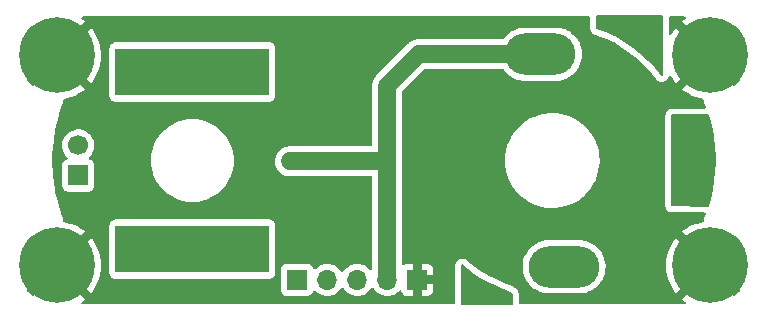
<source format=gbr>
%TF.GenerationSoftware,KiCad,Pcbnew,(5.99.0-11163-g08fb05e522)*%
%TF.CreationDate,2021-11-19T20:45:56+01:00*%
%TF.ProjectId,pumpBoard,70756d70-426f-4617-9264-2e6b69636164,rev?*%
%TF.SameCoordinates,Original*%
%TF.FileFunction,Copper,L2,Bot*%
%TF.FilePolarity,Positive*%
%FSLAX46Y46*%
G04 Gerber Fmt 4.6, Leading zero omitted, Abs format (unit mm)*
G04 Created by KiCad (PCBNEW (5.99.0-11163-g08fb05e522)) date 2021-11-19 20:45:56*
%MOMM*%
%LPD*%
G01*
G04 APERTURE LIST*
%TA.AperFunction,NonConductor*%
%ADD10C,0.150000*%
%TD*%
%TA.AperFunction,ComponentPad*%
%ADD11C,0.800000*%
%TD*%
%TA.AperFunction,ComponentPad*%
%ADD12C,6.400000*%
%TD*%
%TA.AperFunction,ComponentPad*%
%ADD13R,1.700000X1.700000*%
%TD*%
%TA.AperFunction,ComponentPad*%
%ADD14O,1.700000X1.700000*%
%TD*%
%TA.AperFunction,ComponentPad*%
%ADD15O,6.000000X3.500000*%
%TD*%
%TA.AperFunction,ComponentPad*%
%ADD16C,1.700000*%
%TD*%
%TA.AperFunction,SMDPad,CuDef*%
%ADD17R,13.000000X4.000000*%
%TD*%
%TA.AperFunction,ViaPad*%
%ADD18C,0.800000*%
%TD*%
%TA.AperFunction,ViaPad*%
%ADD19C,1.270000*%
%TD*%
%TA.AperFunction,Conductor*%
%ADD20C,1.500000*%
%TD*%
G04 APERTURE END LIST*
D10*
X176911000Y-89281000D02*
X176149000Y-88392000D01*
X176149000Y-88392000D02*
X175514000Y-87757000D01*
X175514000Y-87757000D02*
X174752000Y-87122000D01*
X174752000Y-87122000D02*
X173863000Y-86487000D01*
X173863000Y-86487000D02*
X173101000Y-85979000D01*
X173101000Y-85979000D02*
X172212000Y-85598000D01*
X172212000Y-85598000D02*
X171450000Y-85344000D01*
X171450000Y-85344000D02*
X171450000Y-84328000D01*
X171450000Y-84328000D02*
X176911000Y-84328000D01*
X176911000Y-84328000D02*
X176911000Y-89281000D01*
G36*
X176911000Y-89281000D02*
G01*
X176149000Y-88392000D01*
X175514000Y-87757000D01*
X174752000Y-87122000D01*
X173863000Y-86487000D01*
X173101000Y-85979000D01*
X172212000Y-85598000D01*
X171450000Y-85344000D01*
X171450000Y-84328000D01*
X176911000Y-84328000D01*
X176911000Y-89281000D01*
G37*
X176911000Y-89281000D02*
X176149000Y-88392000D01*
X175514000Y-87757000D01*
X174752000Y-87122000D01*
X173863000Y-86487000D01*
X173101000Y-85979000D01*
X172212000Y-85598000D01*
X171450000Y-85344000D01*
X171450000Y-84328000D01*
X176911000Y-84328000D01*
X176911000Y-89281000D01*
X181102000Y-93599000D02*
X181229000Y-94488000D01*
X181229000Y-94488000D02*
X181356000Y-95504000D01*
X181356000Y-95504000D02*
X181393036Y-96165143D01*
X181393036Y-96165143D02*
X181395215Y-96764263D01*
X181395215Y-96764263D02*
X181373428Y-97339419D01*
X181373428Y-97339419D02*
X181279748Y-98315441D01*
X181279748Y-98315441D02*
X181070165Y-99481767D01*
X181070165Y-99481767D02*
X180851322Y-100334805D01*
X180851322Y-100334805D02*
X177800000Y-100330000D01*
X177800000Y-100330000D02*
X177800000Y-92710000D01*
X177800000Y-92710000D02*
X180848000Y-92710000D01*
X180848000Y-92710000D02*
X181102000Y-93599000D01*
G36*
X181102000Y-93599000D02*
G01*
X181229000Y-94488000D01*
X181356000Y-95504000D01*
X181393036Y-96165143D01*
X181395215Y-96764263D01*
X181373428Y-97339419D01*
X181279748Y-98315441D01*
X181070165Y-99481767D01*
X180851322Y-100334805D01*
X177800000Y-100330000D01*
X177800000Y-92710000D01*
X180848000Y-92710000D01*
X181102000Y-93599000D01*
G37*
X181102000Y-93599000D02*
X181229000Y-94488000D01*
X181356000Y-95504000D01*
X181393036Y-96165143D01*
X181395215Y-96764263D01*
X181373428Y-97339419D01*
X181279748Y-98315441D01*
X181070165Y-99481767D01*
X180851322Y-100334805D01*
X177800000Y-100330000D01*
X177800000Y-92710000D01*
X180848000Y-92710000D01*
X181102000Y-93599000D01*
X160758070Y-106030296D02*
X161389810Y-106451456D01*
X161389810Y-106451456D02*
X162232130Y-106918394D01*
X162232130Y-106918394D02*
X163294185Y-107421955D01*
X163294185Y-107421955D02*
X164200594Y-107788181D01*
X164200594Y-107788181D02*
X164211000Y-108712000D01*
X164211000Y-108712000D02*
X160020000Y-108712000D01*
X160020000Y-108712000D02*
X160020000Y-105410000D01*
X160020000Y-105410000D02*
X160758070Y-106030296D01*
G36*
X160758070Y-106030296D02*
G01*
X161389810Y-106451456D01*
X162232130Y-106918394D01*
X163294185Y-107421955D01*
X164200594Y-107788181D01*
X164211000Y-108712000D01*
X160020000Y-108712000D01*
X160020000Y-105410000D01*
X160758070Y-106030296D01*
G37*
X160758070Y-106030296D02*
X161389810Y-106451456D01*
X162232130Y-106918394D01*
X163294185Y-107421955D01*
X164200594Y-107788181D01*
X164211000Y-108712000D01*
X160020000Y-108712000D01*
X160020000Y-105410000D01*
X160758070Y-106030296D01*
D11*
%TO.P,H2,1,1*%
%TO.N,GND*%
X179277944Y-85932944D03*
X180975000Y-85230000D03*
X183375000Y-87630000D03*
X178575000Y-87630000D03*
X182672056Y-89327056D03*
X179277944Y-89327056D03*
X182672056Y-85932944D03*
D12*
X180975000Y-87630000D03*
D11*
X180975000Y-90030000D03*
%TD*%
D13*
%TO.P,J2,1,Pin_1*%
%TO.N,Net-(J2-Pad1)*%
X146050000Y-106618000D03*
%TD*%
%TO.P,J1,1,Pin_1*%
%TO.N,GND*%
X156210000Y-106618000D03*
D14*
%TO.P,J1,2,Pin_2*%
%TO.N,+5V*%
X153670000Y-106618000D03*
%TO.P,J1,3,Pin_3*%
%TO.N,signal*%
X151130000Y-106618000D03*
%TO.P,J1,4,Pin_4*%
%TO.N,TX*%
X148590000Y-106618000D03*
%TD*%
D11*
%TO.P,H1,1,1*%
%TO.N,GND*%
X124032944Y-103712944D03*
X127427056Y-103712944D03*
D12*
X125730000Y-105410000D03*
D11*
X125730000Y-107810000D03*
X123330000Y-105410000D03*
X124032944Y-107107056D03*
X125730000Y-103010000D03*
X127427056Y-107107056D03*
X128130000Y-105410000D03*
%TD*%
%TO.P,H4,1,1*%
%TO.N,GND*%
X124032944Y-85932944D03*
X124032944Y-89327056D03*
D12*
X125730000Y-87630000D03*
D11*
X125730000Y-90030000D03*
X125730000Y-85230000D03*
X127427056Y-85932944D03*
X123330000Y-87630000D03*
X127427056Y-89327056D03*
X128130000Y-87630000D03*
%TD*%
%TO.P,H3,1,1*%
%TO.N,GND*%
X180975000Y-103010000D03*
D12*
X180975000Y-105410000D03*
D11*
X183375000Y-105410000D03*
X182672056Y-103712944D03*
X179277944Y-103712944D03*
X179277944Y-107107056D03*
X178575000Y-105410000D03*
X182672056Y-107107056D03*
X180975000Y-107810000D03*
%TD*%
D15*
%TO.P,J4,1,Pin_1*%
%TO.N,+5V*%
X166640000Y-87520000D03*
%TO.P,J4,2,Pin_2*%
%TO.N,Net-(D5-Pad2)*%
X168640000Y-105520000D03*
%TD*%
D16*
%TO.P,J3,1,Pin_1*%
%TO.N,Net-(D4-Pad2)*%
X127508000Y-95250000D03*
D13*
%TO.P,J3,2,Pin_2*%
%TO.N,+5V*%
X127508000Y-97790000D03*
D17*
%TO.P,J3,3*%
%TO.N,N/C*%
X137160000Y-89020000D03*
%TO.P,J3,4*%
X137160000Y-104020000D03*
%TD*%
D18*
%TO.N,+5V*%
X153670000Y-99760000D03*
D19*
X145415000Y-96585000D03*
%TD*%
D20*
%TO.N,+5V*%
X156320000Y-87520000D02*
X153655000Y-90185000D01*
X153640000Y-96585000D02*
X153655000Y-96570000D01*
X166640000Y-87520000D02*
X156320000Y-87520000D01*
X153655000Y-106680000D02*
X153655000Y-99680000D01*
X153655000Y-90185000D02*
X153655000Y-99680000D01*
X145415000Y-96585000D02*
X153640000Y-96585000D01*
%TD*%
%TA.AperFunction,Conductor*%
%TO.N,GND*%
G36*
X170809121Y-84348002D02*
G01*
X170855614Y-84401658D01*
X170867000Y-84454000D01*
X170867000Y-85276303D01*
X170864712Y-85300202D01*
X170863057Y-85308770D01*
X170863878Y-85320320D01*
X170866683Y-85359793D01*
X170867000Y-85368725D01*
X170867000Y-85381978D01*
X170869244Y-85399020D01*
X170870005Y-85406534D01*
X170873938Y-85461882D01*
X170876635Y-85469685D01*
X170878291Y-85477780D01*
X170878207Y-85477797D01*
X170878737Y-85480041D01*
X170878820Y-85480019D01*
X170880958Y-85487998D01*
X170882036Y-85496186D01*
X170903279Y-85547469D01*
X170905949Y-85554506D01*
X170924077Y-85606962D01*
X170928702Y-85613802D01*
X170932396Y-85621191D01*
X170932320Y-85621229D01*
X170933414Y-85623263D01*
X170933488Y-85623220D01*
X170937617Y-85630371D01*
X170940777Y-85638000D01*
X170945804Y-85644551D01*
X170945806Y-85644555D01*
X170974571Y-85682043D01*
X170978983Y-85688164D01*
X171010057Y-85734120D01*
X171016298Y-85739533D01*
X171021777Y-85745711D01*
X171021712Y-85745768D01*
X171023295Y-85747449D01*
X171023356Y-85747388D01*
X171029192Y-85753224D01*
X171034221Y-85759779D01*
X171040771Y-85764805D01*
X171040777Y-85764811D01*
X171078253Y-85793567D01*
X171084104Y-85798342D01*
X171119775Y-85829279D01*
X171119778Y-85829281D01*
X171126018Y-85834693D01*
X171133445Y-85838305D01*
X171140336Y-85842855D01*
X171140289Y-85842927D01*
X171142255Y-85844142D01*
X171142298Y-85844067D01*
X171149446Y-85848194D01*
X171156000Y-85853223D01*
X171207282Y-85874465D01*
X171214134Y-85877547D01*
X171229610Y-85885073D01*
X171242196Y-85889268D01*
X171250538Y-85892382D01*
X171297814Y-85911964D01*
X171306001Y-85913042D01*
X171306002Y-85913042D01*
X171306163Y-85913063D01*
X171306470Y-85913104D01*
X171329864Y-85918491D01*
X171641514Y-86022374D01*
X171999672Y-86141760D01*
X172009448Y-86145477D01*
X172271087Y-86257608D01*
X172811515Y-86489221D01*
X172831773Y-86500195D01*
X173530111Y-86965754D01*
X173533455Y-86968062D01*
X174335436Y-87540905D01*
X174391640Y-87581051D01*
X174399062Y-87586781D01*
X174621697Y-87772310D01*
X175116062Y-88184281D01*
X175124494Y-88191981D01*
X175717505Y-88784991D01*
X175724076Y-88792087D01*
X176456218Y-89646253D01*
X176460515Y-89651549D01*
X176495221Y-89696779D01*
X176527183Y-89721304D01*
X176534512Y-89726928D01*
X176541950Y-89733103D01*
X176572666Y-89760661D01*
X176578811Y-89766174D01*
X176588595Y-89771137D01*
X176608293Y-89783542D01*
X176610448Y-89785196D01*
X176610451Y-89785198D01*
X176617000Y-89790223D01*
X176624631Y-89793384D01*
X176624633Y-89793385D01*
X176662763Y-89809180D01*
X176671546Y-89813219D01*
X176715702Y-89835619D01*
X176726442Y-89837882D01*
X176748674Y-89844764D01*
X176758814Y-89848964D01*
X176767001Y-89850042D01*
X176767002Y-89850042D01*
X176807915Y-89855428D01*
X176817448Y-89857058D01*
X176865902Y-89867268D01*
X176876860Y-89866674D01*
X176900121Y-89867568D01*
X176911000Y-89869000D01*
X176919188Y-89867922D01*
X176960107Y-89862535D01*
X176969735Y-89861642D01*
X176978931Y-89861144D01*
X177019176Y-89858963D01*
X177029605Y-89855554D01*
X177052308Y-89850396D01*
X177054999Y-89850042D01*
X177055001Y-89850042D01*
X177063186Y-89848964D01*
X177070816Y-89845803D01*
X177070818Y-89845803D01*
X177108943Y-89830011D01*
X177117990Y-89826664D01*
X177165078Y-89811272D01*
X177174274Y-89805277D01*
X177194863Y-89794422D01*
X177197365Y-89793386D01*
X177197367Y-89793385D01*
X177205000Y-89790223D01*
X177211554Y-89785194D01*
X177211559Y-89785191D01*
X177244296Y-89760071D01*
X177252189Y-89754482D01*
X177286751Y-89731951D01*
X177286754Y-89731948D01*
X177293665Y-89727443D01*
X177300995Y-89719274D01*
X177318068Y-89703463D01*
X177326779Y-89696779D01*
X177356930Y-89657486D01*
X177363103Y-89650050D01*
X177390661Y-89619334D01*
X177390662Y-89619333D01*
X177396174Y-89613189D01*
X177401137Y-89603405D01*
X177413542Y-89583707D01*
X177415196Y-89581552D01*
X177415198Y-89581549D01*
X177420223Y-89575000D01*
X177434384Y-89540814D01*
X177439180Y-89529237D01*
X177443219Y-89520454D01*
X177445303Y-89516345D01*
X177465619Y-89476298D01*
X177467882Y-89465558D01*
X177474765Y-89443322D01*
X177475804Y-89440814D01*
X177478964Y-89433186D01*
X177480042Y-89424998D01*
X177480582Y-89422983D01*
X177517534Y-89362361D01*
X177581396Y-89331340D01*
X177651890Y-89339770D01*
X177706636Y-89384974D01*
X177714555Y-89398393D01*
X177757949Y-89483559D01*
X177761246Y-89489269D01*
X177969318Y-89809672D01*
X177973206Y-89815023D01*
X178074152Y-89939680D01*
X178086410Y-89948148D01*
X178097500Y-89941815D01*
X180396503Y-87642812D01*
X180404117Y-87628868D01*
X180403986Y-87627035D01*
X180399735Y-87620420D01*
X178098366Y-85319051D01*
X178085290Y-85311911D01*
X178074921Y-85319370D01*
X177973206Y-85444977D01*
X177969318Y-85450328D01*
X177761246Y-85770731D01*
X177757949Y-85776441D01*
X177732267Y-85826846D01*
X177683519Y-85878461D01*
X177614604Y-85895527D01*
X177547402Y-85872626D01*
X177503250Y-85817029D01*
X177494000Y-85769643D01*
X177494000Y-84454000D01*
X177514002Y-84385879D01*
X177567658Y-84339386D01*
X177620000Y-84328000D01*
X178826249Y-84328000D01*
X178894370Y-84348002D01*
X178940863Y-84401658D01*
X178950967Y-84471932D01*
X178921473Y-84536512D01*
X178894873Y-84559673D01*
X178795328Y-84624318D01*
X178789977Y-84628206D01*
X178665320Y-84729152D01*
X178656852Y-84741410D01*
X178663185Y-84752500D01*
X181451590Y-87540905D01*
X181485616Y-87603217D01*
X181480551Y-87674032D01*
X181451590Y-87719095D01*
X178664051Y-90506634D01*
X178656911Y-90519710D01*
X178664370Y-90530079D01*
X178789977Y-90631794D01*
X178795328Y-90635682D01*
X179115731Y-90843754D01*
X179121441Y-90847051D01*
X179461847Y-91020496D01*
X179467872Y-91023178D01*
X179824530Y-91160087D01*
X179830812Y-91162128D01*
X180199835Y-91261007D01*
X180206285Y-91262378D01*
X180361257Y-91286924D01*
X180425410Y-91317337D01*
X180462937Y-91377605D01*
X180467192Y-91420809D01*
X180463833Y-91465533D01*
X180463161Y-91474485D01*
X180465028Y-91483265D01*
X180465405Y-91488861D01*
X180466099Y-91494430D01*
X180465934Y-91503408D01*
X180468296Y-91512070D01*
X180468296Y-91512073D01*
X180480338Y-91556243D01*
X180482020Y-91563179D01*
X180493412Y-91616756D01*
X180496114Y-91621774D01*
X180496267Y-91622375D01*
X180495608Y-91622626D01*
X180497871Y-91628674D01*
X180497871Y-91628676D01*
X180619915Y-91954922D01*
X180621812Y-91960369D01*
X180622439Y-91962314D01*
X180624319Y-92033284D01*
X180587531Y-92094006D01*
X180523754Y-92125199D01*
X180502525Y-92127000D01*
X177846237Y-92127000D01*
X177829790Y-92125922D01*
X177808188Y-92123078D01*
X177800000Y-92122000D01*
X177762022Y-92127000D01*
X177647814Y-92142036D01*
X177506000Y-92200777D01*
X177384221Y-92294221D01*
X177290777Y-92416000D01*
X177232036Y-92557814D01*
X177212000Y-92710000D01*
X177213078Y-92718188D01*
X177215922Y-92739790D01*
X177217000Y-92756237D01*
X177217000Y-100283201D01*
X177215896Y-100299844D01*
X177212001Y-100329074D01*
X177216967Y-100367258D01*
X177217000Y-100367599D01*
X177217000Y-100367978D01*
X177221969Y-100405718D01*
X177231797Y-100481291D01*
X177231975Y-100481723D01*
X177232036Y-100482186D01*
X177235146Y-100489695D01*
X177235147Y-100489698D01*
X177248220Y-100521259D01*
X177261270Y-100552765D01*
X177290315Y-100623198D01*
X177290598Y-100623568D01*
X177290777Y-100624000D01*
X177337246Y-100684559D01*
X177383567Y-100745124D01*
X177383937Y-100745409D01*
X177384221Y-100745779D01*
X177444737Y-100792214D01*
X177505198Y-100838759D01*
X177505629Y-100838938D01*
X177506000Y-100839223D01*
X177552460Y-100858467D01*
X177576280Y-100868334D01*
X177576464Y-100868410D01*
X177646920Y-100897724D01*
X177647384Y-100897786D01*
X177647814Y-100897964D01*
X177723393Y-100907914D01*
X177723590Y-100907940D01*
X177760035Y-100912797D01*
X177760048Y-100912798D01*
X177761104Y-100912939D01*
X177761479Y-100912940D01*
X177761814Y-100912973D01*
X177800000Y-100918000D01*
X177829242Y-100914150D01*
X177845883Y-100913072D01*
X178830928Y-100914624D01*
X180501231Y-100917255D01*
X180569321Y-100937364D01*
X180615729Y-100991093D01*
X180625722Y-101061383D01*
X180619047Y-101087398D01*
X180495608Y-101417374D01*
X180495024Y-101417156D01*
X180494958Y-101417334D01*
X180496408Y-101417680D01*
X180485173Y-101464823D01*
X180483326Y-101471708D01*
X180467635Y-101524174D01*
X180467580Y-101533153D01*
X180466751Y-101538702D01*
X180466237Y-101544288D01*
X180464156Y-101553020D01*
X180464609Y-101561980D01*
X180464609Y-101561983D01*
X180466922Y-101607699D01*
X180467081Y-101614830D01*
X180467007Y-101627051D01*
X180466992Y-101629480D01*
X180446576Y-101697478D01*
X180392639Y-101743644D01*
X180360705Y-101753164D01*
X180206285Y-101777622D01*
X180199835Y-101778993D01*
X179830812Y-101877872D01*
X179824530Y-101879913D01*
X179467872Y-102016822D01*
X179461847Y-102019504D01*
X179121441Y-102192949D01*
X179115731Y-102196246D01*
X178795328Y-102404318D01*
X178789977Y-102408206D01*
X178665320Y-102509152D01*
X178656852Y-102521410D01*
X178663185Y-102532500D01*
X181451590Y-105320905D01*
X181485616Y-105383217D01*
X181480551Y-105454032D01*
X181451590Y-105499095D01*
X178664051Y-108286634D01*
X178656911Y-108299710D01*
X178664370Y-108310079D01*
X178789977Y-108411794D01*
X178795328Y-108415682D01*
X178894873Y-108480327D01*
X178941110Y-108534204D01*
X178950880Y-108604525D01*
X178921080Y-108668965D01*
X178861172Y-108707064D01*
X178826249Y-108712000D01*
X164918626Y-108712000D01*
X164850505Y-108691998D01*
X164804012Y-108638342D01*
X164792634Y-108587419D01*
X164789381Y-108298590D01*
X164783430Y-107770336D01*
X164782872Y-107706354D01*
X164778031Y-107688895D01*
X164774538Y-107676300D01*
X164771226Y-107660478D01*
X164770555Y-107655785D01*
X164770232Y-107653532D01*
X164767978Y-107637779D01*
X164767977Y-107637776D01*
X164766808Y-107629607D01*
X164763563Y-107622016D01*
X164763562Y-107622012D01*
X164755263Y-107602596D01*
X164749705Y-107586744D01*
X164744063Y-107566398D01*
X164744059Y-107566389D01*
X164741854Y-107558437D01*
X164726022Y-107531559D01*
X164718732Y-107517139D01*
X164709721Y-107496061D01*
X164709719Y-107496058D01*
X164706473Y-107488464D01*
X164695249Y-107474172D01*
X164689941Y-107467414D01*
X164688325Y-107465356D01*
X164678852Y-107451480D01*
X164668142Y-107433297D01*
X164668139Y-107433294D01*
X164663948Y-107426178D01*
X164641711Y-107404325D01*
X164630935Y-107392282D01*
X164616765Y-107374239D01*
X164616761Y-107374236D01*
X164611664Y-107367745D01*
X164598390Y-107357795D01*
X164588154Y-107350122D01*
X164575412Y-107339171D01*
X164560359Y-107324378D01*
X164560358Y-107324377D01*
X164554467Y-107318588D01*
X164527323Y-107303230D01*
X164513802Y-107294390D01*
X164495449Y-107280633D01*
X164488840Y-107275679D01*
X164429245Y-107251777D01*
X164219321Y-107166959D01*
X163531897Y-106889211D01*
X163525118Y-106886237D01*
X162502221Y-106401242D01*
X162495113Y-106397591D01*
X161899816Y-106067590D01*
X161697851Y-105955631D01*
X161689054Y-105950273D01*
X161680410Y-105944510D01*
X161114749Y-105567403D01*
X165126996Y-105567403D01*
X165127359Y-105571551D01*
X165127359Y-105571555D01*
X165138748Y-105701731D01*
X165153145Y-105866283D01*
X165154055Y-105870355D01*
X165154056Y-105870360D01*
X165203840Y-106093079D01*
X165218593Y-106159080D01*
X165220037Y-106163003D01*
X165220037Y-106163005D01*
X165225772Y-106178591D01*
X165322190Y-106440648D01*
X165324134Y-106444336D01*
X165324138Y-106444344D01*
X165422270Y-106630467D01*
X165462116Y-106706042D01*
X165635913Y-106950598D01*
X165638757Y-106953647D01*
X165638762Y-106953654D01*
X165711400Y-107031548D01*
X165840528Y-107170020D01*
X165843757Y-107172673D01*
X165843762Y-107172677D01*
X165975190Y-107280633D01*
X166072365Y-107360454D01*
X166075922Y-107362660D01*
X166075927Y-107362663D01*
X166178367Y-107426178D01*
X166327351Y-107518552D01*
X166601007Y-107641538D01*
X166648798Y-107655785D01*
X166884528Y-107726060D01*
X166884536Y-107726062D01*
X166888525Y-107727251D01*
X166892642Y-107727903D01*
X166892646Y-107727904D01*
X167181385Y-107773635D01*
X167181390Y-107773635D01*
X167184853Y-107774184D01*
X167235677Y-107776492D01*
X167278476Y-107778436D01*
X167278495Y-107778436D01*
X167279895Y-107778500D01*
X169965277Y-107778500D01*
X170189362Y-107763616D01*
X170483465Y-107704315D01*
X170767142Y-107606637D01*
X170770875Y-107604768D01*
X170770879Y-107604766D01*
X171031669Y-107474172D01*
X171031671Y-107474171D01*
X171035407Y-107472300D01*
X171283550Y-107303662D01*
X171341459Y-107251886D01*
X171504092Y-107106475D01*
X171504093Y-107106474D01*
X171507209Y-107103688D01*
X171702455Y-106875890D01*
X171786583Y-106746345D01*
X171863580Y-106627780D01*
X171863583Y-106627775D01*
X171865859Y-106624270D01*
X171899137Y-106554188D01*
X171974580Y-106395305D01*
X171994549Y-106353250D01*
X172086264Y-106067590D01*
X172139394Y-105772310D01*
X172149096Y-105558662D01*
X172152815Y-105476767D01*
X172152815Y-105476762D01*
X172153004Y-105472597D01*
X172152543Y-105467321D01*
X172147239Y-105406699D01*
X177262173Y-105406699D01*
X177262173Y-105413301D01*
X177282168Y-105794824D01*
X177282854Y-105801362D01*
X177342622Y-106178715D01*
X177343993Y-106185165D01*
X177442872Y-106554188D01*
X177444913Y-106560470D01*
X177581822Y-106917128D01*
X177584504Y-106923153D01*
X177757949Y-107263559D01*
X177761246Y-107269269D01*
X177969318Y-107589672D01*
X177973206Y-107595023D01*
X178074152Y-107719680D01*
X178086410Y-107728148D01*
X178097500Y-107721815D01*
X180396503Y-105422812D01*
X180404117Y-105408868D01*
X180403986Y-105407035D01*
X180399735Y-105400420D01*
X178098366Y-103099051D01*
X178085290Y-103091911D01*
X178074921Y-103099370D01*
X177973206Y-103224977D01*
X177969318Y-103230328D01*
X177761246Y-103550731D01*
X177757949Y-103556441D01*
X177584504Y-103896847D01*
X177581822Y-103902872D01*
X177444913Y-104259530D01*
X177442872Y-104265812D01*
X177343993Y-104634835D01*
X177342622Y-104641285D01*
X177282854Y-105018638D01*
X177282168Y-105025176D01*
X177262173Y-105406699D01*
X172147239Y-105406699D01*
X172127219Y-105177879D01*
X172126855Y-105173717D01*
X172124032Y-105161085D01*
X172062319Y-104884999D01*
X172062318Y-104884996D01*
X172061407Y-104880920D01*
X172059154Y-104874795D01*
X172029689Y-104794714D01*
X171957810Y-104599352D01*
X171955866Y-104595664D01*
X171955862Y-104595656D01*
X171819831Y-104337651D01*
X171817884Y-104333958D01*
X171644087Y-104089402D01*
X171641243Y-104086353D01*
X171641238Y-104086346D01*
X171470144Y-103902872D01*
X171439472Y-103869980D01*
X171436243Y-103867327D01*
X171436238Y-103867323D01*
X171210872Y-103682205D01*
X171207635Y-103679546D01*
X171204078Y-103677340D01*
X171204073Y-103677337D01*
X171027246Y-103567700D01*
X170952649Y-103521448D01*
X170678993Y-103398462D01*
X170584807Y-103370384D01*
X170395472Y-103313940D01*
X170395464Y-103313938D01*
X170391475Y-103312749D01*
X170387358Y-103312097D01*
X170387354Y-103312096D01*
X170098615Y-103266365D01*
X170098610Y-103266365D01*
X170095147Y-103265816D01*
X170044323Y-103263508D01*
X170001524Y-103261564D01*
X170001505Y-103261564D01*
X170000105Y-103261500D01*
X167314723Y-103261500D01*
X167090638Y-103276384D01*
X166796535Y-103335685D01*
X166512858Y-103433363D01*
X166509125Y-103435232D01*
X166509121Y-103435234D01*
X166248331Y-103565828D01*
X166244593Y-103567700D01*
X165996450Y-103736338D01*
X165772791Y-103936312D01*
X165577545Y-104164110D01*
X165575271Y-104167612D01*
X165469456Y-104330553D01*
X165414141Y-104415730D01*
X165285451Y-104686750D01*
X165193736Y-104972410D01*
X165140606Y-105267690D01*
X165134701Y-105397728D01*
X165127189Y-105563160D01*
X165126996Y-105567403D01*
X161114749Y-105567403D01*
X161114207Y-105567042D01*
X161103032Y-105558662D01*
X160453340Y-105012640D01*
X160445314Y-105005279D01*
X160440804Y-105000769D01*
X160435779Y-104994221D01*
X160387936Y-104957509D01*
X160383577Y-104954009D01*
X160369170Y-104941901D01*
X160369167Y-104941899D01*
X160366020Y-104939254D01*
X160359469Y-104935074D01*
X160350554Y-104928825D01*
X160320556Y-104905807D01*
X160320553Y-104905805D01*
X160314000Y-104900777D01*
X160306373Y-104897618D01*
X160306368Y-104897615D01*
X160300655Y-104895249D01*
X160281090Y-104885055D01*
X160268915Y-104877285D01*
X160224987Y-104863397D01*
X160214751Y-104859667D01*
X160179813Y-104845195D01*
X160179812Y-104845195D01*
X160172186Y-104842036D01*
X160164003Y-104840959D01*
X160164001Y-104840958D01*
X160157863Y-104840150D01*
X160136333Y-104835368D01*
X160122557Y-104831013D01*
X160076523Y-104828967D01*
X160065672Y-104828013D01*
X160028188Y-104823078D01*
X160020000Y-104822000D01*
X160005678Y-104823885D01*
X159983649Y-104824839D01*
X159969209Y-104824197D01*
X159924201Y-104834139D01*
X159913490Y-104836023D01*
X159895174Y-104838434D01*
X159876000Y-104840958D01*
X159875998Y-104840959D01*
X159867814Y-104842036D01*
X159860186Y-104845196D01*
X159860185Y-104845196D01*
X159854475Y-104847561D01*
X159833425Y-104854189D01*
X159827390Y-104855522D01*
X159827389Y-104855523D01*
X159819323Y-104857304D01*
X159778427Y-104878553D01*
X159768569Y-104883145D01*
X159726000Y-104900777D01*
X159719446Y-104905806D01*
X159714538Y-104909572D01*
X159695929Y-104921417D01*
X159690441Y-104924268D01*
X159690438Y-104924270D01*
X159683113Y-104928076D01*
X159677019Y-104933651D01*
X159677018Y-104933652D01*
X159649117Y-104959178D01*
X159640777Y-104966171D01*
X159604221Y-104994221D01*
X159599195Y-105000771D01*
X159599193Y-105000773D01*
X159595425Y-105005684D01*
X159580515Y-105021943D01*
X159569861Y-105031690D01*
X159565419Y-105038651D01*
X159565418Y-105038652D01*
X159545080Y-105070522D01*
X159538827Y-105079445D01*
X159510777Y-105116000D01*
X159507618Y-105123626D01*
X159507616Y-105123630D01*
X159505249Y-105129345D01*
X159495056Y-105148907D01*
X159487285Y-105161085D01*
X159481976Y-105177879D01*
X159473397Y-105205013D01*
X159469667Y-105215249D01*
X159452036Y-105257814D01*
X159450959Y-105265997D01*
X159450958Y-105265999D01*
X159450150Y-105272137D01*
X159445368Y-105293667D01*
X159441013Y-105307443D01*
X159439891Y-105332693D01*
X159438967Y-105353476D01*
X159438013Y-105364328D01*
X159437000Y-105372022D01*
X159437000Y-105394923D01*
X159436876Y-105400518D01*
X159434197Y-105460791D01*
X159435979Y-105468859D01*
X159436529Y-105475201D01*
X159437000Y-105486087D01*
X159437000Y-108586000D01*
X159416998Y-108654121D01*
X159363342Y-108700614D01*
X159311000Y-108712000D01*
X127878751Y-108712000D01*
X127810630Y-108691998D01*
X127764137Y-108638342D01*
X127754033Y-108568068D01*
X127783527Y-108503488D01*
X127810127Y-108480327D01*
X127909672Y-108415682D01*
X127915023Y-108411794D01*
X128039680Y-108310848D01*
X128048148Y-108298590D01*
X128041815Y-108287500D01*
X125253410Y-105499095D01*
X125219384Y-105436783D01*
X125221219Y-105411132D01*
X126300883Y-105411132D01*
X126301014Y-105412965D01*
X126305265Y-105419580D01*
X128606634Y-107720949D01*
X128619710Y-107728089D01*
X128630079Y-107720630D01*
X128731794Y-107595023D01*
X128735682Y-107589672D01*
X128943754Y-107269269D01*
X128947051Y-107263559D01*
X129120496Y-106923153D01*
X129123178Y-106917128D01*
X129260087Y-106560470D01*
X129262128Y-106554188D01*
X129361007Y-106185165D01*
X129362378Y-106178715D01*
X129422146Y-105801362D01*
X129422832Y-105794824D01*
X129442827Y-105413301D01*
X129442827Y-105406699D01*
X129422832Y-105025176D01*
X129422146Y-105018638D01*
X129362378Y-104641285D01*
X129361007Y-104634835D01*
X129262128Y-104265812D01*
X129260087Y-104259530D01*
X129123178Y-103902872D01*
X129120496Y-103896847D01*
X128947051Y-103556441D01*
X128943754Y-103550731D01*
X128735682Y-103230328D01*
X128731794Y-103224977D01*
X128630848Y-103100320D01*
X128618590Y-103091852D01*
X128607500Y-103098185D01*
X126308497Y-105397188D01*
X126300883Y-105411132D01*
X125221219Y-105411132D01*
X125224449Y-105365968D01*
X125253410Y-105320905D01*
X128040949Y-102533366D01*
X128048089Y-102520290D01*
X128040630Y-102509921D01*
X127915023Y-102408206D01*
X127909672Y-102404318D01*
X127589269Y-102196246D01*
X127583559Y-102192949D01*
X127244126Y-102020000D01*
X130146500Y-102020000D01*
X130146500Y-106020000D01*
X130151727Y-106093079D01*
X130153631Y-106099562D01*
X130187236Y-106214011D01*
X130192904Y-106233316D01*
X130197775Y-106240895D01*
X130267051Y-106348691D01*
X130267053Y-106348694D01*
X130271923Y-106356271D01*
X130278733Y-106362172D01*
X130375569Y-106446082D01*
X130375572Y-106446084D01*
X130382381Y-106451984D01*
X130515330Y-106512700D01*
X130524245Y-106513982D01*
X130524246Y-106513982D01*
X130655552Y-106532861D01*
X130655559Y-106532862D01*
X130660000Y-106533500D01*
X143660000Y-106533500D01*
X143733079Y-106528273D01*
X143811165Y-106505345D01*
X143864670Y-106489635D01*
X143864672Y-106489634D01*
X143873316Y-106487096D01*
X143951690Y-106436728D01*
X143988691Y-106412949D01*
X143988694Y-106412947D01*
X143996271Y-106408077D01*
X144040504Y-106357030D01*
X144086082Y-106304431D01*
X144086084Y-106304428D01*
X144091984Y-106297619D01*
X144146286Y-106178715D01*
X144148958Y-106172864D01*
X144148958Y-106172863D01*
X144152700Y-106164670D01*
X144166085Y-106071576D01*
X144172861Y-106024448D01*
X144172862Y-106024441D01*
X144173500Y-106020000D01*
X144173500Y-102020000D01*
X144168273Y-101946921D01*
X144134830Y-101833023D01*
X144129635Y-101815330D01*
X144129634Y-101815328D01*
X144127096Y-101806684D01*
X144091039Y-101750579D01*
X144052949Y-101691309D01*
X144052947Y-101691306D01*
X144048077Y-101683729D01*
X144025317Y-101664007D01*
X143944431Y-101593918D01*
X143944428Y-101593916D01*
X143937619Y-101588016D01*
X143804670Y-101527300D01*
X143795755Y-101526018D01*
X143795754Y-101526018D01*
X143664448Y-101507139D01*
X143664441Y-101507138D01*
X143660000Y-101506500D01*
X130660000Y-101506500D01*
X130586921Y-101511727D01*
X130521140Y-101531042D01*
X130455330Y-101550365D01*
X130455328Y-101550366D01*
X130446684Y-101552904D01*
X130439105Y-101557775D01*
X130331309Y-101627051D01*
X130331306Y-101627053D01*
X130323729Y-101631923D01*
X130317828Y-101638733D01*
X130233918Y-101735569D01*
X130233916Y-101735572D01*
X130228016Y-101742381D01*
X130224272Y-101750579D01*
X130197376Y-101809474D01*
X130167300Y-101875330D01*
X130166018Y-101884245D01*
X130166018Y-101884246D01*
X130147139Y-102015552D01*
X130147138Y-102015559D01*
X130146500Y-102020000D01*
X127244126Y-102020000D01*
X127243153Y-102019504D01*
X127237128Y-102016822D01*
X126880470Y-101879913D01*
X126874188Y-101877872D01*
X126505165Y-101778993D01*
X126498715Y-101777622D01*
X126343743Y-101753076D01*
X126279590Y-101722663D01*
X126242063Y-101662395D01*
X126237808Y-101619191D01*
X126241167Y-101574467D01*
X126241167Y-101574464D01*
X126241839Y-101565515D01*
X126239972Y-101556735D01*
X126239595Y-101551139D01*
X126238901Y-101545570D01*
X126239066Y-101536592D01*
X126236533Y-101527300D01*
X126224662Y-101483757D01*
X126222980Y-101476821D01*
X126213454Y-101432018D01*
X126213453Y-101432015D01*
X126211588Y-101423244D01*
X126208886Y-101418226D01*
X126208733Y-101417625D01*
X126209392Y-101417374D01*
X126085083Y-101085073D01*
X126083180Y-101079606D01*
X126030907Y-100917527D01*
X125865492Y-100404635D01*
X125863647Y-100398360D01*
X125859881Y-100384200D01*
X125681435Y-99713365D01*
X125679918Y-99707002D01*
X125636356Y-99500582D01*
X125562973Y-99152861D01*
X125533552Y-99013450D01*
X125532367Y-99007007D01*
X125422248Y-98306815D01*
X125421399Y-98300320D01*
X125368395Y-97792477D01*
X125347820Y-97595339D01*
X125347310Y-97588819D01*
X125337956Y-97409074D01*
X125313543Y-96940000D01*
X126144500Y-96940000D01*
X126144500Y-98640000D01*
X126149727Y-98713079D01*
X126190904Y-98853316D01*
X126195775Y-98860895D01*
X126265051Y-98968691D01*
X126265053Y-98968694D01*
X126269923Y-98976271D01*
X126276733Y-98982172D01*
X126373569Y-99066082D01*
X126373572Y-99066084D01*
X126380381Y-99071984D01*
X126513330Y-99132700D01*
X126522245Y-99133982D01*
X126522246Y-99133982D01*
X126653552Y-99152861D01*
X126653559Y-99152862D01*
X126658000Y-99153500D01*
X128358000Y-99153500D01*
X128431079Y-99148273D01*
X128509165Y-99125345D01*
X128562670Y-99109635D01*
X128562672Y-99109634D01*
X128571316Y-99107096D01*
X128659457Y-99050451D01*
X128686691Y-99032949D01*
X128686694Y-99032947D01*
X128694271Y-99028077D01*
X128705619Y-99014981D01*
X128784082Y-98924431D01*
X128784084Y-98924428D01*
X128789984Y-98917619D01*
X128850700Y-98784670D01*
X128864137Y-98691214D01*
X128870861Y-98644448D01*
X128870862Y-98644441D01*
X128871500Y-98640000D01*
X128871500Y-96940000D01*
X128866273Y-96866921D01*
X128825096Y-96726684D01*
X128779393Y-96655569D01*
X128750949Y-96611309D01*
X128750947Y-96611306D01*
X128746077Y-96603729D01*
X128694798Y-96559295D01*
X128649450Y-96520000D01*
X133647000Y-96520000D01*
X133647173Y-96523301D01*
X133665746Y-96877682D01*
X133666245Y-96887208D01*
X133666760Y-96890459D01*
X133722339Y-97241376D01*
X133723767Y-97250394D01*
X133818938Y-97605577D01*
X133863989Y-97722939D01*
X133909076Y-97840392D01*
X133950715Y-97948866D01*
X133952207Y-97951794D01*
X133952210Y-97951801D01*
X134093611Y-98229314D01*
X134117653Y-98276500D01*
X134119449Y-98279266D01*
X134119451Y-98279269D01*
X134221608Y-98436577D01*
X134317923Y-98584890D01*
X134549332Y-98870656D01*
X134809344Y-99130668D01*
X135095110Y-99362077D01*
X135403500Y-99562347D01*
X135406434Y-99563842D01*
X135406441Y-99563846D01*
X135728199Y-99727790D01*
X135728206Y-99727793D01*
X135731134Y-99729285D01*
X135734206Y-99730464D01*
X135734210Y-99730466D01*
X135858715Y-99778259D01*
X136074423Y-99861062D01*
X136429606Y-99956233D01*
X136432856Y-99956748D01*
X136432862Y-99956749D01*
X136701591Y-99999310D01*
X136792792Y-100013755D01*
X136796077Y-100013927D01*
X136796085Y-100013928D01*
X137156699Y-100032827D01*
X137160000Y-100033000D01*
X137163301Y-100032827D01*
X137523915Y-100013928D01*
X137523923Y-100013927D01*
X137527208Y-100013755D01*
X137618409Y-99999310D01*
X137887138Y-99956749D01*
X137887144Y-99956748D01*
X137890394Y-99956233D01*
X138245577Y-99861062D01*
X138461285Y-99778259D01*
X138585790Y-99730466D01*
X138585794Y-99730464D01*
X138588866Y-99729285D01*
X138591794Y-99727793D01*
X138591801Y-99727790D01*
X138913559Y-99563846D01*
X138913566Y-99563842D01*
X138916500Y-99562347D01*
X139224890Y-99362077D01*
X139510656Y-99130668D01*
X139770668Y-98870656D01*
X140002077Y-98584890D01*
X140098392Y-98436577D01*
X140200549Y-98279269D01*
X140200551Y-98279266D01*
X140202347Y-98276500D01*
X140226390Y-98229314D01*
X140367790Y-97951801D01*
X140367793Y-97951794D01*
X140369285Y-97948866D01*
X140410925Y-97840392D01*
X140456011Y-97722939D01*
X140501062Y-97605577D01*
X140596233Y-97250394D01*
X140597662Y-97241376D01*
X140653240Y-96890459D01*
X140653755Y-96887208D01*
X140654255Y-96877682D01*
X140667514Y-96624687D01*
X144152123Y-96624687D01*
X144179111Y-96847696D01*
X144180761Y-96853058D01*
X144180761Y-96853060D01*
X144196541Y-96904354D01*
X144245163Y-97062402D01*
X144247733Y-97067382D01*
X144247735Y-97067386D01*
X144337538Y-97241376D01*
X144348192Y-97262017D01*
X144484941Y-97440233D01*
X144651089Y-97591416D01*
X144668577Y-97602386D01*
X144836627Y-97707804D01*
X144836631Y-97707806D01*
X144841383Y-97710787D01*
X145049808Y-97794573D01*
X145140589Y-97813373D01*
X145265251Y-97839189D01*
X145265255Y-97839189D01*
X145269777Y-97840126D01*
X145274390Y-97840392D01*
X145326467Y-97843395D01*
X145326469Y-97843395D01*
X145328289Y-97843500D01*
X152270500Y-97843500D01*
X152338621Y-97863502D01*
X152385114Y-97917158D01*
X152396500Y-97969500D01*
X152396500Y-105665022D01*
X152376498Y-105733143D01*
X152322842Y-105779636D01*
X152252568Y-105789740D01*
X152187988Y-105760246D01*
X152177312Y-105749828D01*
X152059905Y-105620799D01*
X152055854Y-105617600D01*
X152055850Y-105617596D01*
X151888607Y-105485517D01*
X151884549Y-105482312D01*
X151688930Y-105374324D01*
X151554156Y-105326598D01*
X151483175Y-105301462D01*
X151483171Y-105301461D01*
X151478300Y-105299736D01*
X151473207Y-105298829D01*
X151473204Y-105298828D01*
X151263406Y-105261457D01*
X151263400Y-105261456D01*
X151258317Y-105260551D01*
X151172160Y-105259498D01*
X151040056Y-105257884D01*
X151040054Y-105257884D01*
X151034887Y-105257821D01*
X150814012Y-105291620D01*
X150601622Y-105361040D01*
X150552266Y-105386733D01*
X150477166Y-105425828D01*
X150403423Y-105464216D01*
X150399290Y-105467319D01*
X150399287Y-105467321D01*
X150228872Y-105595272D01*
X150224737Y-105598377D01*
X150199657Y-105624622D01*
X150095952Y-105733143D01*
X150070361Y-105759922D01*
X150067447Y-105764194D01*
X150067446Y-105764195D01*
X149963211Y-105916998D01*
X149908300Y-105962001D01*
X149837775Y-105970172D01*
X149774028Y-105938918D01*
X149753331Y-105914434D01*
X149673097Y-105790411D01*
X149670287Y-105786067D01*
X149664436Y-105779636D01*
X149593547Y-105701731D01*
X149519905Y-105620799D01*
X149515854Y-105617600D01*
X149515850Y-105617596D01*
X149348607Y-105485517D01*
X149344549Y-105482312D01*
X149148930Y-105374324D01*
X149014156Y-105326598D01*
X148943175Y-105301462D01*
X148943171Y-105301461D01*
X148938300Y-105299736D01*
X148933207Y-105298829D01*
X148933204Y-105298828D01*
X148723406Y-105261457D01*
X148723400Y-105261456D01*
X148718317Y-105260551D01*
X148632160Y-105259498D01*
X148500056Y-105257884D01*
X148500054Y-105257884D01*
X148494887Y-105257821D01*
X148274012Y-105291620D01*
X148061622Y-105361040D01*
X148012266Y-105386733D01*
X147937166Y-105425828D01*
X147863423Y-105464216D01*
X147859290Y-105467319D01*
X147859287Y-105467321D01*
X147688872Y-105595272D01*
X147684737Y-105598377D01*
X147681165Y-105602115D01*
X147602153Y-105684796D01*
X147540628Y-105720226D01*
X147469716Y-105716769D01*
X147411930Y-105675523D01*
X147390163Y-105633243D01*
X147369635Y-105563330D01*
X147369634Y-105563328D01*
X147367096Y-105554684D01*
X147320585Y-105482312D01*
X147292949Y-105439309D01*
X147292947Y-105439306D01*
X147288077Y-105431729D01*
X147277786Y-105422812D01*
X147184431Y-105341918D01*
X147184428Y-105341916D01*
X147177619Y-105336016D01*
X147098177Y-105299736D01*
X147052864Y-105279042D01*
X147052863Y-105279042D01*
X147044670Y-105275300D01*
X147035755Y-105274018D01*
X147035754Y-105274018D01*
X146904448Y-105255139D01*
X146904441Y-105255138D01*
X146900000Y-105254500D01*
X145200000Y-105254500D01*
X145126921Y-105259727D01*
X145073884Y-105275300D01*
X144995330Y-105298365D01*
X144995328Y-105298366D01*
X144986684Y-105300904D01*
X144963680Y-105315688D01*
X144871309Y-105375051D01*
X144871306Y-105375053D01*
X144863729Y-105379923D01*
X144857828Y-105386733D01*
X144773918Y-105483569D01*
X144773916Y-105483572D01*
X144768016Y-105490381D01*
X144707300Y-105623330D01*
X144706018Y-105632245D01*
X144706018Y-105632246D01*
X144687139Y-105763552D01*
X144687138Y-105763559D01*
X144686500Y-105768000D01*
X144686500Y-107468000D01*
X144691727Y-107541079D01*
X144711344Y-107607888D01*
X144730304Y-107672460D01*
X144732904Y-107681316D01*
X144746809Y-107702952D01*
X144807051Y-107796691D01*
X144807053Y-107796694D01*
X144811923Y-107804271D01*
X144818733Y-107810172D01*
X144915569Y-107894082D01*
X144915572Y-107894084D01*
X144922381Y-107899984D01*
X144930579Y-107903728D01*
X145035632Y-107951704D01*
X145055330Y-107960700D01*
X145064245Y-107961982D01*
X145064246Y-107961982D01*
X145195552Y-107980861D01*
X145195559Y-107980862D01*
X145200000Y-107981500D01*
X146900000Y-107981500D01*
X146973079Y-107976273D01*
X147062901Y-107949899D01*
X147104670Y-107937635D01*
X147104672Y-107937634D01*
X147113316Y-107935096D01*
X147177788Y-107893662D01*
X147228691Y-107860949D01*
X147228694Y-107860947D01*
X147236271Y-107856077D01*
X147276330Y-107809847D01*
X147326082Y-107752431D01*
X147326084Y-107752428D01*
X147331984Y-107745619D01*
X147340074Y-107727904D01*
X147388958Y-107620864D01*
X147388958Y-107620863D01*
X147392700Y-107612670D01*
X147393566Y-107606646D01*
X147431152Y-107548161D01*
X147495733Y-107518668D01*
X147566006Y-107528772D01*
X147608899Y-107560887D01*
X147636009Y-107592183D01*
X147639984Y-107595483D01*
X147639988Y-107595487D01*
X147693390Y-107639822D01*
X147807929Y-107734914D01*
X147812381Y-107737516D01*
X147812386Y-107737519D01*
X147936161Y-107809847D01*
X148000851Y-107847649D01*
X148209596Y-107927360D01*
X148214662Y-107928391D01*
X148214663Y-107928391D01*
X148256732Y-107936950D01*
X148428556Y-107971908D01*
X148554395Y-107976522D01*
X148646688Y-107979907D01*
X148646692Y-107979907D01*
X148651852Y-107980096D01*
X148656972Y-107979440D01*
X148656974Y-107979440D01*
X148725002Y-107970725D01*
X148873488Y-107951704D01*
X148878437Y-107950219D01*
X148878443Y-107950218D01*
X149082559Y-107888980D01*
X149082558Y-107888980D01*
X149087509Y-107887495D01*
X149288170Y-107789192D01*
X149292375Y-107786192D01*
X149292381Y-107786189D01*
X149446439Y-107676300D01*
X149470082Y-107659436D01*
X149473746Y-107655785D01*
X149624688Y-107505368D01*
X149624692Y-107505363D01*
X149628357Y-107501711D01*
X149654480Y-107465358D01*
X149758748Y-107320254D01*
X149760202Y-107321299D01*
X149806652Y-107278516D01*
X149876587Y-107266286D01*
X149942033Y-107293807D01*
X149969878Y-107325655D01*
X150029710Y-107423291D01*
X150176009Y-107592183D01*
X150179984Y-107595483D01*
X150179988Y-107595487D01*
X150233390Y-107639822D01*
X150347929Y-107734914D01*
X150352381Y-107737516D01*
X150352386Y-107737519D01*
X150476161Y-107809847D01*
X150540851Y-107847649D01*
X150749596Y-107927360D01*
X150754662Y-107928391D01*
X150754663Y-107928391D01*
X150796732Y-107936950D01*
X150968556Y-107971908D01*
X151094395Y-107976522D01*
X151186688Y-107979907D01*
X151186692Y-107979907D01*
X151191852Y-107980096D01*
X151196972Y-107979440D01*
X151196974Y-107979440D01*
X151265002Y-107970725D01*
X151413488Y-107951704D01*
X151418437Y-107950219D01*
X151418443Y-107950218D01*
X151622559Y-107888980D01*
X151622558Y-107888980D01*
X151627509Y-107887495D01*
X151828170Y-107789192D01*
X151832375Y-107786192D01*
X151832381Y-107786189D01*
X151986439Y-107676300D01*
X152010082Y-107659436D01*
X152013746Y-107655785D01*
X152164688Y-107505368D01*
X152164692Y-107505363D01*
X152168357Y-107501711D01*
X152194480Y-107465358D01*
X152298748Y-107320254D01*
X152300202Y-107321299D01*
X152346652Y-107278516D01*
X152416587Y-107266286D01*
X152482033Y-107293807D01*
X152509878Y-107325655D01*
X152569710Y-107423291D01*
X152716009Y-107592183D01*
X152719984Y-107595483D01*
X152719988Y-107595487D01*
X152773390Y-107639822D01*
X152887929Y-107734914D01*
X152892381Y-107737516D01*
X152892386Y-107737519D01*
X153016161Y-107809847D01*
X153080851Y-107847649D01*
X153289596Y-107927360D01*
X153294662Y-107928391D01*
X153294663Y-107928391D01*
X153336732Y-107936950D01*
X153508556Y-107971908D01*
X153634395Y-107976522D01*
X153726688Y-107979907D01*
X153726692Y-107979907D01*
X153731852Y-107980096D01*
X153736972Y-107979440D01*
X153736974Y-107979440D01*
X153805002Y-107970725D01*
X153953488Y-107951704D01*
X153958437Y-107950219D01*
X153958443Y-107950218D01*
X154162559Y-107888980D01*
X154162558Y-107888980D01*
X154167509Y-107887495D01*
X154368170Y-107789192D01*
X154372375Y-107786192D01*
X154372381Y-107786189D01*
X154526439Y-107676300D01*
X154550082Y-107659436D01*
X154568043Y-107641538D01*
X154660603Y-107549299D01*
X154722974Y-107515382D01*
X154793781Y-107520570D01*
X154850542Y-107563216D01*
X154870439Y-107603050D01*
X154890820Y-107672460D01*
X154898233Y-107688692D01*
X154967426Y-107796360D01*
X154979112Y-107809847D01*
X155075840Y-107893662D01*
X155090848Y-107903307D01*
X155207275Y-107956477D01*
X155224388Y-107961502D01*
X155355554Y-107980361D01*
X155364495Y-107981000D01*
X155791885Y-107981000D01*
X155807124Y-107976525D01*
X155808329Y-107975135D01*
X155810000Y-107967452D01*
X155810000Y-107031548D01*
X156610000Y-107031548D01*
X156610000Y-107962885D01*
X156614475Y-107978124D01*
X156615865Y-107979329D01*
X156623548Y-107981000D01*
X157057743Y-107981000D01*
X157062250Y-107980839D01*
X157126269Y-107976260D01*
X157139491Y-107973874D01*
X157264458Y-107937181D01*
X157280692Y-107929767D01*
X157388360Y-107860574D01*
X157401847Y-107848888D01*
X157485662Y-107752160D01*
X157495307Y-107737152D01*
X157548477Y-107620725D01*
X157553502Y-107603612D01*
X157572361Y-107472446D01*
X157573000Y-107463503D01*
X157573000Y-107036115D01*
X157568525Y-107020876D01*
X157567135Y-107019671D01*
X157559452Y-107018000D01*
X156628115Y-107018000D01*
X156612876Y-107022475D01*
X156611671Y-107023865D01*
X156610000Y-107031548D01*
X155810000Y-107031548D01*
X155810000Y-105273115D01*
X155808659Y-105268548D01*
X156610000Y-105268548D01*
X156610000Y-106199885D01*
X156614475Y-106215124D01*
X156615865Y-106216329D01*
X156623548Y-106218000D01*
X157554885Y-106218000D01*
X157570124Y-106213525D01*
X157571329Y-106212135D01*
X157573000Y-106204452D01*
X157573000Y-105770257D01*
X157572839Y-105765750D01*
X157568260Y-105701731D01*
X157565874Y-105688509D01*
X157529181Y-105563542D01*
X157521767Y-105547308D01*
X157452574Y-105439640D01*
X157440888Y-105426153D01*
X157344160Y-105342338D01*
X157329152Y-105332693D01*
X157212725Y-105279523D01*
X157195612Y-105274498D01*
X157064446Y-105255639D01*
X157055505Y-105255000D01*
X156628115Y-105255000D01*
X156612876Y-105259475D01*
X156611671Y-105260865D01*
X156610000Y-105268548D01*
X155808659Y-105268548D01*
X155805525Y-105257876D01*
X155804135Y-105256671D01*
X155796452Y-105255000D01*
X155362257Y-105255000D01*
X155357750Y-105255161D01*
X155293731Y-105259740D01*
X155280509Y-105262126D01*
X155155542Y-105298819D01*
X155139313Y-105306231D01*
X155107620Y-105326598D01*
X155039499Y-105346599D01*
X154971378Y-105326596D01*
X154924886Y-105272940D01*
X154913500Y-105220599D01*
X154913500Y-96682231D01*
X154913838Y-96673007D01*
X154914200Y-96668073D01*
X154915107Y-96662536D01*
X154913516Y-96561274D01*
X154913500Y-96559295D01*
X154913500Y-96463970D01*
X163627391Y-96463970D01*
X163627499Y-96467059D01*
X163639274Y-96804246D01*
X163641074Y-96855799D01*
X163641480Y-96858843D01*
X163641481Y-96858853D01*
X163668641Y-97062402D01*
X163692928Y-97244423D01*
X163693628Y-97247407D01*
X163693629Y-97247413D01*
X163731546Y-97409074D01*
X163782457Y-97626133D01*
X163908807Y-97997284D01*
X164070772Y-98354334D01*
X164266806Y-98693875D01*
X164268589Y-98696366D01*
X164268590Y-98696367D01*
X164380955Y-98853316D01*
X164495038Y-99012666D01*
X164753289Y-99307664D01*
X164755537Y-99309775D01*
X165036840Y-99573936D01*
X165036847Y-99573942D01*
X165039095Y-99576053D01*
X165041545Y-99577940D01*
X165041550Y-99577944D01*
X165347283Y-99813391D01*
X165349726Y-99815272D01*
X165352325Y-99816896D01*
X165352335Y-99816903D01*
X165495744Y-99906514D01*
X165682219Y-100023036D01*
X166033399Y-100197364D01*
X166399915Y-100336590D01*
X166778267Y-100439386D01*
X166781310Y-100439901D01*
X166781316Y-100439902D01*
X167161804Y-100504257D01*
X167161811Y-100504258D01*
X167164845Y-100504771D01*
X167167916Y-100504986D01*
X167167918Y-100504986D01*
X167552892Y-100531906D01*
X167552900Y-100531906D01*
X167555958Y-100532120D01*
X167807843Y-100525084D01*
X167944799Y-100521259D01*
X167944802Y-100521259D01*
X167947873Y-100521173D01*
X167950926Y-100520787D01*
X167950930Y-100520787D01*
X168197024Y-100489698D01*
X168336850Y-100472034D01*
X168339853Y-100471352D01*
X168339857Y-100471351D01*
X168716179Y-100385852D01*
X168716185Y-100385850D01*
X168719175Y-100385171D01*
X168722094Y-100384200D01*
X169088275Y-100262388D01*
X169088281Y-100262386D01*
X169091199Y-100261415D01*
X169449372Y-100101947D01*
X169452041Y-100100431D01*
X169787600Y-99909807D01*
X169787608Y-99909802D01*
X169790273Y-99908288D01*
X170110650Y-99682287D01*
X170231533Y-99577944D01*
X170329515Y-99493368D01*
X170407443Y-99426102D01*
X170409564Y-99423875D01*
X170409570Y-99423869D01*
X170675704Y-99144400D01*
X170677821Y-99142177D01*
X170685226Y-99132700D01*
X170917292Y-98835668D01*
X170917294Y-98835665D01*
X170919202Y-98833223D01*
X170920858Y-98830613D01*
X170920864Y-98830605D01*
X171127629Y-98504796D01*
X171127633Y-98504789D01*
X171129283Y-98502189D01*
X171306058Y-98152234D01*
X171307165Y-98149380D01*
X171307169Y-98149371D01*
X171446724Y-97789576D01*
X171446727Y-97789567D01*
X171447839Y-97786700D01*
X171531200Y-97488136D01*
X171552446Y-97412040D01*
X171552447Y-97412038D01*
X171553274Y-97409074D01*
X171621356Y-97022962D01*
X171644153Y-96726684D01*
X171651285Y-96634002D01*
X171651285Y-96633996D01*
X171651435Y-96632050D01*
X171653000Y-96520000D01*
X171650573Y-96470365D01*
X171634882Y-96149541D01*
X171633848Y-96128400D01*
X171625170Y-96069633D01*
X171577023Y-95743584D01*
X171577022Y-95743580D01*
X171576573Y-95740538D01*
X171481723Y-95360115D01*
X171475084Y-95341469D01*
X171417654Y-95180188D01*
X171350203Y-94990765D01*
X171183269Y-94636011D01*
X171165187Y-94605677D01*
X171040310Y-94396195D01*
X170982513Y-94299240D01*
X170756763Y-93993040D01*
X170751674Y-93986137D01*
X170751672Y-93986134D01*
X170749852Y-93983666D01*
X170747801Y-93981388D01*
X170747796Y-93981382D01*
X170489568Y-93694592D01*
X170487507Y-93692303D01*
X170197982Y-93427930D01*
X169884041Y-93193072D01*
X169835833Y-93163876D01*
X169551308Y-92991561D01*
X169551299Y-92991556D01*
X169548680Y-92989970D01*
X169195100Y-92820563D01*
X169192210Y-92819511D01*
X169192205Y-92819509D01*
X168829575Y-92687523D01*
X168829572Y-92687522D01*
X168826676Y-92686468D01*
X168622177Y-92633962D01*
X168449910Y-92589731D01*
X168449907Y-92589730D01*
X168446926Y-92588965D01*
X168059473Y-92528984D01*
X168056416Y-92528813D01*
X168056415Y-92528813D01*
X168026672Y-92527150D01*
X167668016Y-92507098D01*
X167664938Y-92507227D01*
X167664934Y-92507227D01*
X167410495Y-92517891D01*
X167276291Y-92523516D01*
X167273247Y-92523944D01*
X167273245Y-92523944D01*
X167062105Y-92553618D01*
X166888039Y-92578081D01*
X166506964Y-92670273D01*
X166136704Y-92799211D01*
X166133906Y-92800504D01*
X165783590Y-92962372D01*
X165783580Y-92962377D01*
X165780793Y-92963665D01*
X165442629Y-93162065D01*
X165282642Y-93278302D01*
X165127920Y-93390714D01*
X165127914Y-93390719D01*
X165125439Y-93392517D01*
X164832251Y-93652821D01*
X164830172Y-93655066D01*
X164830165Y-93655073D01*
X164567950Y-93938240D01*
X164565864Y-93940493D01*
X164328820Y-94252787D01*
X164327209Y-94255405D01*
X164327206Y-94255410D01*
X164243223Y-94391922D01*
X164123381Y-94586723D01*
X163951510Y-94939111D01*
X163950439Y-94941992D01*
X163950436Y-94941998D01*
X163909415Y-95052300D01*
X163814846Y-95306590D01*
X163714694Y-95685650D01*
X163652009Y-96072675D01*
X163651816Y-96075748D01*
X163651815Y-96075754D01*
X163630083Y-96421192D01*
X163629789Y-96425862D01*
X163627391Y-96463970D01*
X154913500Y-96463970D01*
X154913500Y-90758478D01*
X154933502Y-90690357D01*
X154950405Y-90669383D01*
X156804383Y-88815405D01*
X156866695Y-88781379D01*
X156893478Y-88778500D01*
X163448575Y-88778500D01*
X163516696Y-88798502D01*
X163551281Y-88831510D01*
X163635913Y-88950598D01*
X163840528Y-89170020D01*
X163843757Y-89172673D01*
X163843762Y-89172677D01*
X163957112Y-89265784D01*
X164072365Y-89360454D01*
X164075922Y-89362660D01*
X164075927Y-89362663D01*
X164201972Y-89440814D01*
X164327351Y-89518552D01*
X164601007Y-89641538D01*
X164677428Y-89664320D01*
X164884528Y-89726060D01*
X164884536Y-89726062D01*
X164888525Y-89727251D01*
X164892642Y-89727903D01*
X164892646Y-89727904D01*
X165181385Y-89773635D01*
X165181390Y-89773635D01*
X165184853Y-89774184D01*
X165234202Y-89776425D01*
X165278476Y-89778436D01*
X165278495Y-89778436D01*
X165279895Y-89778500D01*
X167965277Y-89778500D01*
X168189362Y-89763616D01*
X168483465Y-89704315D01*
X168767142Y-89606637D01*
X168770875Y-89604768D01*
X168770879Y-89604766D01*
X169031669Y-89474172D01*
X169031671Y-89474171D01*
X169035407Y-89472300D01*
X169283550Y-89303662D01*
X169352725Y-89241813D01*
X169504092Y-89106475D01*
X169504093Y-89106474D01*
X169507209Y-89103688D01*
X169702455Y-88875890D01*
X169763831Y-88781379D01*
X169863580Y-88627780D01*
X169863583Y-88627775D01*
X169865859Y-88624270D01*
X169994549Y-88353250D01*
X170086264Y-88067590D01*
X170139394Y-87772310D01*
X170153004Y-87472597D01*
X170126855Y-87173717D01*
X170077667Y-86953660D01*
X170062319Y-86884999D01*
X170062318Y-86884996D01*
X170061407Y-86880920D01*
X170056336Y-86867136D01*
X170013451Y-86750579D01*
X169957810Y-86599352D01*
X169955866Y-86595664D01*
X169955862Y-86595656D01*
X169819831Y-86337651D01*
X169817884Y-86333958D01*
X169644087Y-86089402D01*
X169641243Y-86086353D01*
X169641238Y-86086346D01*
X169458773Y-85890678D01*
X169439472Y-85869980D01*
X169436243Y-85867327D01*
X169436238Y-85867323D01*
X169241096Y-85707032D01*
X169207635Y-85679546D01*
X169204078Y-85677340D01*
X169204073Y-85677337D01*
X169027246Y-85567700D01*
X168952649Y-85521448D01*
X168678993Y-85398462D01*
X168590438Y-85372063D01*
X168395472Y-85313940D01*
X168395464Y-85313938D01*
X168391475Y-85312749D01*
X168387358Y-85312097D01*
X168387354Y-85312096D01*
X168098615Y-85266365D01*
X168098610Y-85266365D01*
X168095147Y-85265816D01*
X168044323Y-85263508D01*
X168001524Y-85261564D01*
X168001505Y-85261564D01*
X168000105Y-85261500D01*
X165314723Y-85261500D01*
X165090638Y-85276384D01*
X164796535Y-85335685D01*
X164512858Y-85433363D01*
X164509125Y-85435232D01*
X164509121Y-85435234D01*
X164286956Y-85546486D01*
X164244593Y-85567700D01*
X163996450Y-85736338D01*
X163993336Y-85739122D01*
X163993335Y-85739123D01*
X163803557Y-85908804D01*
X163772791Y-85936312D01*
X163577545Y-86164110D01*
X163551560Y-86204124D01*
X163497683Y-86250361D01*
X163445887Y-86261500D01*
X156410731Y-86261500D01*
X156394284Y-86260422D01*
X156378480Y-86258341D01*
X156378476Y-86258341D01*
X156372910Y-86257608D01*
X156293351Y-86261360D01*
X156287415Y-86261500D01*
X156263976Y-86261500D01*
X156261192Y-86261749D01*
X156261181Y-86261749D01*
X156237014Y-86263906D01*
X156231750Y-86264265D01*
X156182600Y-86266583D01*
X156148523Y-86268190D01*
X156143056Y-86269442D01*
X156131039Y-86272194D01*
X156114119Y-86274874D01*
X156101839Y-86275970D01*
X156101835Y-86275971D01*
X156096253Y-86276469D01*
X156090842Y-86277949D01*
X156090838Y-86277950D01*
X156015894Y-86298452D01*
X156010777Y-86299738D01*
X155966936Y-86309779D01*
X155929557Y-86318340D01*
X155924399Y-86320540D01*
X155924396Y-86320541D01*
X155913063Y-86325375D01*
X155896883Y-86331010D01*
X155879579Y-86335744D01*
X155874515Y-86338159D01*
X155874516Y-86338159D01*
X155804365Y-86371618D01*
X155799557Y-86373789D01*
X155722932Y-86406473D01*
X155718244Y-86409552D01*
X155718243Y-86409553D01*
X155707946Y-86416317D01*
X155693017Y-86424729D01*
X155676826Y-86432452D01*
X155672267Y-86435728D01*
X155609160Y-86481076D01*
X155604809Y-86484066D01*
X155539044Y-86527265D01*
X155539036Y-86527271D01*
X155535180Y-86529804D01*
X155514393Y-86548324D01*
X155504114Y-86556560D01*
X155494403Y-86563537D01*
X155490502Y-86567563D01*
X155490498Y-86567566D01*
X155423884Y-86636307D01*
X155422495Y-86637717D01*
X152829267Y-89230945D01*
X152816875Y-89241813D01*
X152804216Y-89251526D01*
X152804208Y-89251533D01*
X152799767Y-89254941D01*
X152755434Y-89303662D01*
X152746143Y-89313873D01*
X152742044Y-89318168D01*
X152725491Y-89334721D01*
X152708110Y-89355509D01*
X152704666Y-89359456D01*
X152648584Y-89421089D01*
X152639048Y-89436292D01*
X152628979Y-89450150D01*
X152617478Y-89463904D01*
X152582759Y-89524773D01*
X152576192Y-89536286D01*
X152573481Y-89540814D01*
X152529213Y-89611383D01*
X152522524Y-89628024D01*
X152515067Y-89643449D01*
X152506180Y-89659029D01*
X152504308Y-89664316D01*
X152504306Y-89664320D01*
X152492812Y-89696779D01*
X152479950Y-89733103D01*
X152478367Y-89737572D01*
X152476506Y-89742498D01*
X152445427Y-89819808D01*
X152441788Y-89837378D01*
X152437184Y-89853868D01*
X152431195Y-89870780D01*
X152424600Y-89911056D01*
X152417727Y-89953022D01*
X152416765Y-89958209D01*
X152400811Y-90035249D01*
X152400810Y-90035258D01*
X152399874Y-90039777D01*
X152399608Y-90044388D01*
X152399608Y-90044389D01*
X152398272Y-90067556D01*
X152396825Y-90080660D01*
X152395801Y-90086917D01*
X152394893Y-90092464D01*
X152394981Y-90098077D01*
X152394981Y-90098079D01*
X152396484Y-90193726D01*
X152396500Y-90195705D01*
X152396500Y-95200500D01*
X152376498Y-95268621D01*
X152322842Y-95315114D01*
X152270500Y-95326500D01*
X145358976Y-95326500D01*
X145356189Y-95326749D01*
X145356183Y-95326749D01*
X145286082Y-95333006D01*
X145191253Y-95341469D01*
X144974579Y-95400744D01*
X144969521Y-95403156D01*
X144969517Y-95403158D01*
X144875672Y-95447920D01*
X144771826Y-95497452D01*
X144767265Y-95500729D01*
X144767264Y-95500730D01*
X144628013Y-95600793D01*
X144589403Y-95628537D01*
X144517423Y-95702814D01*
X144465322Y-95756579D01*
X144433076Y-95789854D01*
X144307787Y-95976304D01*
X144305528Y-95981450D01*
X144305527Y-95981452D01*
X144220332Y-96175533D01*
X144217495Y-96181995D01*
X144216185Y-96187450D01*
X144216184Y-96187454D01*
X144195508Y-96273578D01*
X144165054Y-96400424D01*
X144164731Y-96406027D01*
X144153672Y-96597828D01*
X144152123Y-96624687D01*
X140667514Y-96624687D01*
X140672827Y-96523301D01*
X140673000Y-96520000D01*
X140669386Y-96451044D01*
X140653928Y-96156085D01*
X140653927Y-96156077D01*
X140653755Y-96152792D01*
X140622659Y-95956458D01*
X140596749Y-95792862D01*
X140596748Y-95792856D01*
X140596233Y-95789606D01*
X140501062Y-95434423D01*
X140369285Y-95091134D01*
X140367790Y-95088199D01*
X140203846Y-94766441D01*
X140203842Y-94766434D01*
X140202347Y-94763500D01*
X140002077Y-94455110D01*
X139770668Y-94169344D01*
X139510656Y-93909332D01*
X139224890Y-93677923D01*
X138916500Y-93477653D01*
X138913566Y-93476158D01*
X138913559Y-93476154D01*
X138591801Y-93312210D01*
X138591794Y-93312207D01*
X138588866Y-93310715D01*
X138585794Y-93309536D01*
X138585790Y-93309534D01*
X138461285Y-93261741D01*
X138245577Y-93178938D01*
X137890394Y-93083767D01*
X137887144Y-93083252D01*
X137887138Y-93083251D01*
X137618409Y-93040690D01*
X137527208Y-93026245D01*
X137523923Y-93026073D01*
X137523915Y-93026072D01*
X137163301Y-93007173D01*
X137160000Y-93007000D01*
X137156699Y-93007173D01*
X136796085Y-93026072D01*
X136796077Y-93026073D01*
X136792792Y-93026245D01*
X136701591Y-93040690D01*
X136432862Y-93083251D01*
X136432856Y-93083252D01*
X136429606Y-93083767D01*
X136074423Y-93178938D01*
X135858715Y-93261741D01*
X135734210Y-93309534D01*
X135734206Y-93309536D01*
X135731134Y-93310715D01*
X135728206Y-93312207D01*
X135728199Y-93312210D01*
X135406441Y-93476154D01*
X135406434Y-93476158D01*
X135403500Y-93477653D01*
X135095110Y-93677923D01*
X134809344Y-93909332D01*
X134549332Y-94169344D01*
X134317923Y-94455110D01*
X134117653Y-94763500D01*
X134116158Y-94766434D01*
X134116154Y-94766441D01*
X133952210Y-95088199D01*
X133950715Y-95091134D01*
X133818938Y-95434423D01*
X133723767Y-95789606D01*
X133723252Y-95792856D01*
X133723251Y-95792862D01*
X133697341Y-95956458D01*
X133666245Y-96152792D01*
X133666073Y-96156077D01*
X133666072Y-96156085D01*
X133650614Y-96451044D01*
X133647000Y-96520000D01*
X128649450Y-96520000D01*
X128642431Y-96513918D01*
X128642428Y-96513916D01*
X128635619Y-96508016D01*
X128502670Y-96447300D01*
X128495658Y-96446292D01*
X128436752Y-96408433D01*
X128407259Y-96343852D01*
X128417364Y-96273578D01*
X128443037Y-96236672D01*
X128542688Y-96137368D01*
X128542692Y-96137363D01*
X128546357Y-96133711D01*
X128676748Y-95952254D01*
X128775750Y-95751938D01*
X128790776Y-95702482D01*
X128839203Y-95543093D01*
X128839204Y-95543087D01*
X128840707Y-95538141D01*
X128853015Y-95444650D01*
X128869435Y-95319929D01*
X128869435Y-95319923D01*
X128869872Y-95316607D01*
X128871500Y-95250000D01*
X128853191Y-95027305D01*
X128798756Y-94810591D01*
X128709657Y-94605677D01*
X128588287Y-94418067D01*
X128582506Y-94411713D01*
X128474298Y-94292795D01*
X128437905Y-94252799D01*
X128433854Y-94249600D01*
X128433850Y-94249596D01*
X128266607Y-94117517D01*
X128262549Y-94114312D01*
X128066930Y-94006324D01*
X127887945Y-93942942D01*
X127861175Y-93933462D01*
X127861171Y-93933461D01*
X127856300Y-93931736D01*
X127851207Y-93930829D01*
X127851204Y-93930828D01*
X127641406Y-93893457D01*
X127641400Y-93893456D01*
X127636317Y-93892551D01*
X127550160Y-93891498D01*
X127418056Y-93889884D01*
X127418054Y-93889884D01*
X127412887Y-93889821D01*
X127192012Y-93923620D01*
X126979622Y-93993040D01*
X126781423Y-94096216D01*
X126777290Y-94099319D01*
X126777287Y-94099321D01*
X126606872Y-94227272D01*
X126602737Y-94230377D01*
X126448361Y-94391922D01*
X126445447Y-94396194D01*
X126445446Y-94396195D01*
X126325363Y-94572230D01*
X126325360Y-94572235D01*
X126322444Y-94576510D01*
X126320268Y-94581199D01*
X126320264Y-94581205D01*
X126235646Y-94763500D01*
X126228365Y-94779186D01*
X126168651Y-94994506D01*
X126144907Y-95216687D01*
X126145204Y-95221840D01*
X126145204Y-95221843D01*
X126152187Y-95342952D01*
X126157769Y-95439763D01*
X126158906Y-95444809D01*
X126158907Y-95444815D01*
X126189800Y-95581894D01*
X126206893Y-95657742D01*
X126208835Y-95662524D01*
X126208836Y-95662528D01*
X126240513Y-95740538D01*
X126290959Y-95864772D01*
X126407710Y-96055291D01*
X126554009Y-96224183D01*
X126564677Y-96233039D01*
X126604312Y-96291939D01*
X126605812Y-96362919D01*
X126568699Y-96423443D01*
X126519691Y-96450880D01*
X126453330Y-96470365D01*
X126453328Y-96470366D01*
X126444684Y-96472904D01*
X126437105Y-96477775D01*
X126329309Y-96547051D01*
X126329306Y-96547053D01*
X126321729Y-96551923D01*
X126315828Y-96558733D01*
X126231918Y-96655569D01*
X126231916Y-96655572D01*
X126226016Y-96662381D01*
X126165300Y-96795330D01*
X126164018Y-96804245D01*
X126164018Y-96804246D01*
X126145139Y-96935552D01*
X126145138Y-96935559D01*
X126144500Y-96940000D01*
X125313543Y-96940000D01*
X125310470Y-96880948D01*
X125310300Y-96874399D01*
X125310300Y-96165601D01*
X125310470Y-96159052D01*
X125321014Y-95956458D01*
X125347311Y-95451170D01*
X125347821Y-95444650D01*
X125348556Y-95437614D01*
X125414104Y-94809571D01*
X125421399Y-94739680D01*
X125422248Y-94733185D01*
X125532367Y-94032993D01*
X125533552Y-94026550D01*
X125628617Y-93576085D01*
X125679920Y-93332989D01*
X125681437Y-93326626D01*
X125685272Y-93312210D01*
X125863650Y-92641629D01*
X125865495Y-92635355D01*
X125880210Y-92589731D01*
X126083182Y-91960389D01*
X126085085Y-91954922D01*
X126209392Y-91622626D01*
X126209976Y-91622844D01*
X126210042Y-91622666D01*
X126208592Y-91622320D01*
X126219827Y-91575177D01*
X126221676Y-91568286D01*
X126237365Y-91515826D01*
X126237420Y-91506847D01*
X126238249Y-91501298D01*
X126238763Y-91495712D01*
X126240844Y-91486980D01*
X126238078Y-91432301D01*
X126237919Y-91425170D01*
X126237973Y-91416316D01*
X126238008Y-91410519D01*
X126258424Y-91342522D01*
X126312361Y-91296356D01*
X126344295Y-91286836D01*
X126498715Y-91262378D01*
X126505165Y-91261007D01*
X126874188Y-91162128D01*
X126880470Y-91160087D01*
X127237128Y-91023178D01*
X127243153Y-91020496D01*
X127583559Y-90847051D01*
X127589269Y-90843754D01*
X127909672Y-90635682D01*
X127915023Y-90631794D01*
X128039680Y-90530848D01*
X128048148Y-90518590D01*
X128041815Y-90507500D01*
X125253410Y-87719095D01*
X125219384Y-87656783D01*
X125221219Y-87631132D01*
X126300883Y-87631132D01*
X126301014Y-87632965D01*
X126305265Y-87639580D01*
X128606634Y-89940949D01*
X128619710Y-89948089D01*
X128630079Y-89940630D01*
X128731794Y-89815023D01*
X128735682Y-89809672D01*
X128943754Y-89489269D01*
X128947051Y-89483559D01*
X129120496Y-89143153D01*
X129123178Y-89137128D01*
X129260087Y-88780470D01*
X129262128Y-88774188D01*
X129361007Y-88405165D01*
X129362378Y-88398715D01*
X129422146Y-88021362D01*
X129422832Y-88014824D01*
X129442827Y-87633301D01*
X129442827Y-87626699D01*
X129422832Y-87245176D01*
X129422146Y-87238638D01*
X129387516Y-87020000D01*
X130146500Y-87020000D01*
X130146500Y-91020000D01*
X130151727Y-91093079D01*
X130172748Y-91164670D01*
X130188453Y-91218156D01*
X130192904Y-91233316D01*
X130197775Y-91240895D01*
X130267051Y-91348691D01*
X130267053Y-91348694D01*
X130271923Y-91356271D01*
X130278733Y-91362172D01*
X130375569Y-91446082D01*
X130375572Y-91446084D01*
X130382381Y-91451984D01*
X130515330Y-91512700D01*
X130524245Y-91513982D01*
X130524246Y-91513982D01*
X130655552Y-91532861D01*
X130655559Y-91532862D01*
X130660000Y-91533500D01*
X143660000Y-91533500D01*
X143733079Y-91528273D01*
X143824948Y-91501298D01*
X143864670Y-91489635D01*
X143864672Y-91489634D01*
X143873316Y-91487096D01*
X143937135Y-91446082D01*
X143988691Y-91412949D01*
X143988694Y-91412947D01*
X143996271Y-91408077D01*
X144002172Y-91401267D01*
X144086082Y-91304431D01*
X144086084Y-91304428D01*
X144091984Y-91297619D01*
X144096868Y-91286924D01*
X144148958Y-91172864D01*
X144148958Y-91172863D01*
X144152700Y-91164670D01*
X144153982Y-91155754D01*
X144172861Y-91024448D01*
X144172862Y-91024441D01*
X144173500Y-91020000D01*
X144173500Y-87020000D01*
X144168273Y-86946921D01*
X144134252Y-86831054D01*
X144129635Y-86815330D01*
X144129634Y-86815328D01*
X144127096Y-86806684D01*
X144081393Y-86735569D01*
X144052949Y-86691309D01*
X144052947Y-86691306D01*
X144048077Y-86683729D01*
X144041267Y-86677828D01*
X143944431Y-86593918D01*
X143944428Y-86593916D01*
X143937619Y-86588016D01*
X143804670Y-86527300D01*
X143795755Y-86526018D01*
X143795754Y-86526018D01*
X143664448Y-86507139D01*
X143664441Y-86507138D01*
X143660000Y-86506500D01*
X130660000Y-86506500D01*
X130586921Y-86511727D01*
X130533884Y-86527300D01*
X130455330Y-86550365D01*
X130455328Y-86550366D01*
X130446684Y-86552904D01*
X130439105Y-86557775D01*
X130331309Y-86627051D01*
X130331306Y-86627053D01*
X130323729Y-86631923D01*
X130317828Y-86638733D01*
X130233918Y-86735569D01*
X130233916Y-86735572D01*
X130228016Y-86742381D01*
X130167300Y-86875330D01*
X130166018Y-86884245D01*
X130166018Y-86884246D01*
X130147139Y-87015552D01*
X130147138Y-87015559D01*
X130146500Y-87020000D01*
X129387516Y-87020000D01*
X129362378Y-86861285D01*
X129361007Y-86854835D01*
X129262128Y-86485812D01*
X129260087Y-86479530D01*
X129123178Y-86122872D01*
X129120496Y-86116847D01*
X128947051Y-85776441D01*
X128943754Y-85770731D01*
X128735682Y-85450328D01*
X128731794Y-85444977D01*
X128630848Y-85320320D01*
X128618590Y-85311852D01*
X128607500Y-85318185D01*
X126308497Y-87617188D01*
X126300883Y-87631132D01*
X125221219Y-87631132D01*
X125224449Y-87585968D01*
X125253410Y-87540905D01*
X128040949Y-84753366D01*
X128048089Y-84740290D01*
X128040630Y-84729921D01*
X127915023Y-84628206D01*
X127909672Y-84624318D01*
X127810127Y-84559673D01*
X127763890Y-84505796D01*
X127754120Y-84435475D01*
X127783920Y-84371035D01*
X127843828Y-84332936D01*
X127878751Y-84328000D01*
X170741000Y-84328000D01*
X170809121Y-84348002D01*
G37*
%TD.AperFunction*%
%TA.AperFunction,Conductor*%
G36*
X182328594Y-106214011D02*
G01*
X182373657Y-106242972D01*
X183491072Y-107360387D01*
X183525098Y-107422699D01*
X183520033Y-107493514D01*
X183497202Y-107531993D01*
X183412619Y-107629607D01*
X183366893Y-107682378D01*
X183358619Y-107691056D01*
X183140056Y-107899454D01*
X183130993Y-107907307D01*
X183093298Y-107936950D01*
X183027387Y-107963336D01*
X182957673Y-107949899D01*
X182926316Y-107927001D01*
X181807972Y-106808657D01*
X181773946Y-106746345D01*
X181779011Y-106675530D01*
X181807972Y-106630467D01*
X182195467Y-106242972D01*
X182257779Y-106208946D01*
X182328594Y-106214011D01*
G37*
%TD.AperFunction*%
%TA.AperFunction,Conductor*%
G36*
X124464470Y-106214011D02*
G01*
X124509533Y-106242972D01*
X124897028Y-106630467D01*
X124931054Y-106692779D01*
X124925989Y-106763594D01*
X124897028Y-106808657D01*
X123778684Y-107927001D01*
X123716372Y-107961027D01*
X123645557Y-107955962D01*
X123611702Y-107936950D01*
X123574007Y-107907307D01*
X123564944Y-107899454D01*
X123346381Y-107691056D01*
X123338107Y-107682378D01*
X123292381Y-107629607D01*
X123207798Y-107531994D01*
X123178306Y-107467414D01*
X123188409Y-107397140D01*
X123213928Y-107360387D01*
X124331343Y-106242972D01*
X124393655Y-106208946D01*
X124464470Y-106214011D01*
G37*
%TD.AperFunction*%
%TA.AperFunction,Conductor*%
G36*
X183059443Y-102864038D02*
G01*
X183093298Y-102883050D01*
X183130993Y-102912693D01*
X183140056Y-102920546D01*
X183358619Y-103128944D01*
X183366893Y-103137622D01*
X183497202Y-103288006D01*
X183526694Y-103352586D01*
X183516591Y-103422860D01*
X183491072Y-103459613D01*
X182373657Y-104577028D01*
X182311345Y-104611054D01*
X182240530Y-104605989D01*
X182195467Y-104577028D01*
X181807972Y-104189533D01*
X181773946Y-104127221D01*
X181779011Y-104056406D01*
X181807972Y-104011343D01*
X182926316Y-102892999D01*
X182988628Y-102858973D01*
X183059443Y-102864038D01*
G37*
%TD.AperFunction*%
%TA.AperFunction,Conductor*%
G36*
X123747327Y-102870101D02*
G01*
X123778684Y-102892999D01*
X124897028Y-104011343D01*
X124931054Y-104073655D01*
X124925989Y-104144470D01*
X124897028Y-104189533D01*
X124509533Y-104577028D01*
X124447221Y-104611054D01*
X124376406Y-104605989D01*
X124331343Y-104577028D01*
X123213928Y-103459613D01*
X123179902Y-103397301D01*
X123184967Y-103326486D01*
X123207798Y-103288007D01*
X123338107Y-103137622D01*
X123346381Y-103128944D01*
X123564944Y-102920546D01*
X123574007Y-102912693D01*
X123611702Y-102883050D01*
X123677613Y-102856664D01*
X123747327Y-102870101D01*
G37*
%TD.AperFunction*%
%TA.AperFunction,Conductor*%
G36*
X182328594Y-88434011D02*
G01*
X182373657Y-88462972D01*
X183491072Y-89580387D01*
X183525098Y-89642699D01*
X183520033Y-89713514D01*
X183497202Y-89751993D01*
X183407466Y-89855554D01*
X183366893Y-89902378D01*
X183358619Y-89911056D01*
X183140056Y-90119454D01*
X183130993Y-90127307D01*
X183093298Y-90156950D01*
X183027387Y-90183336D01*
X182957673Y-90169899D01*
X182926316Y-90147001D01*
X181807972Y-89028657D01*
X181773946Y-88966345D01*
X181779011Y-88895530D01*
X181807972Y-88850467D01*
X182195467Y-88462972D01*
X182257779Y-88428946D01*
X182328594Y-88434011D01*
G37*
%TD.AperFunction*%
%TA.AperFunction,Conductor*%
G36*
X124464470Y-88434011D02*
G01*
X124509533Y-88462972D01*
X124897028Y-88850467D01*
X124931054Y-88912779D01*
X124925989Y-88983594D01*
X124897028Y-89028657D01*
X123778684Y-90147001D01*
X123716372Y-90181027D01*
X123645557Y-90175962D01*
X123611702Y-90156950D01*
X123574007Y-90127307D01*
X123564944Y-90119454D01*
X123346381Y-89911056D01*
X123338107Y-89902378D01*
X123297534Y-89855554D01*
X123207798Y-89751994D01*
X123178306Y-89687414D01*
X123188409Y-89617140D01*
X123213928Y-89580387D01*
X124331343Y-88462972D01*
X124393655Y-88428946D01*
X124464470Y-88434011D01*
G37*
%TD.AperFunction*%
%TA.AperFunction,Conductor*%
G36*
X123747327Y-85090101D02*
G01*
X123778684Y-85112999D01*
X124897028Y-86231343D01*
X124931054Y-86293655D01*
X124925989Y-86364470D01*
X124897028Y-86409533D01*
X124509533Y-86797028D01*
X124447221Y-86831054D01*
X124376406Y-86825989D01*
X124331343Y-86797028D01*
X123213928Y-85679613D01*
X123179902Y-85617301D01*
X123184967Y-85546486D01*
X123207798Y-85508007D01*
X123306858Y-85393685D01*
X123338107Y-85357622D01*
X123346381Y-85348944D01*
X123564944Y-85140546D01*
X123574007Y-85132693D01*
X123611702Y-85103050D01*
X123677613Y-85076664D01*
X123747327Y-85090101D01*
G37*
%TD.AperFunction*%
%TA.AperFunction,Conductor*%
G36*
X183059443Y-85084038D02*
G01*
X183093298Y-85103050D01*
X183130993Y-85132693D01*
X183140056Y-85140546D01*
X183358619Y-85348944D01*
X183366893Y-85357622D01*
X183398142Y-85393685D01*
X183497202Y-85508006D01*
X183526694Y-85572586D01*
X183516591Y-85642860D01*
X183491072Y-85679613D01*
X182373657Y-86797028D01*
X182311345Y-86831054D01*
X182240530Y-86825989D01*
X182195467Y-86797028D01*
X181807972Y-86409533D01*
X181773946Y-86347221D01*
X181779011Y-86276406D01*
X181807972Y-86231343D01*
X182926316Y-85112999D01*
X182988628Y-85078973D01*
X183059443Y-85084038D01*
G37*
%TD.AperFunction*%
%TD*%
M02*

</source>
